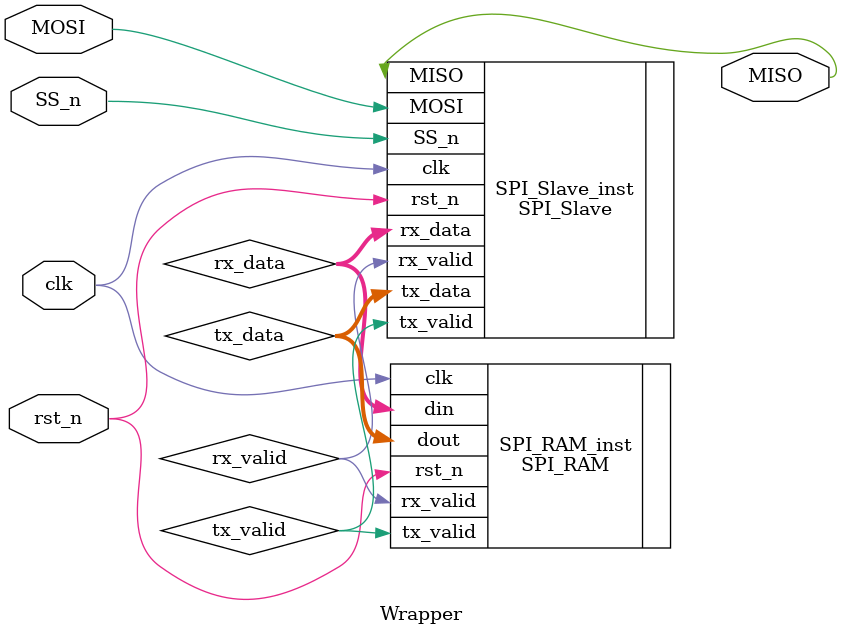
<source format=v>
module Wrapper (clk, rst_n, SS_n, MOSI, MISO);

	input clk, rst_n, SS_n, MOSI;
	output MISO;

	wire [9:0] rx_data; // Internal wire to connect SPI_Slave and SPI_RAM
    wire rx_valid;      // Internal wire for rx_valid
    wire [7:0] tx_data; // Internal wire for tx_data
    wire tx_valid;      // Internal wire for tx_valid


	SPI_Slave SPI_Slave_inst (
        .clk(clk),
        .rst_n(rst_n),
        .MOSI(MOSI),
        .SS_n(SS_n),
        .tx_valid(tx_valid),
        .tx_data(tx_data),
        .MISO(MISO),
        .rx_valid(rx_valid),
        .rx_data(rx_data)
    );

    SPI_RAM SPI_RAM_inst (
        .din(rx_data),
        .clk(clk),
        .rst_n(rst_n),
        .rx_valid(rx_valid),
        .dout(tx_data),
        .tx_valid(tx_valid)
    );
endmodule
</source>
